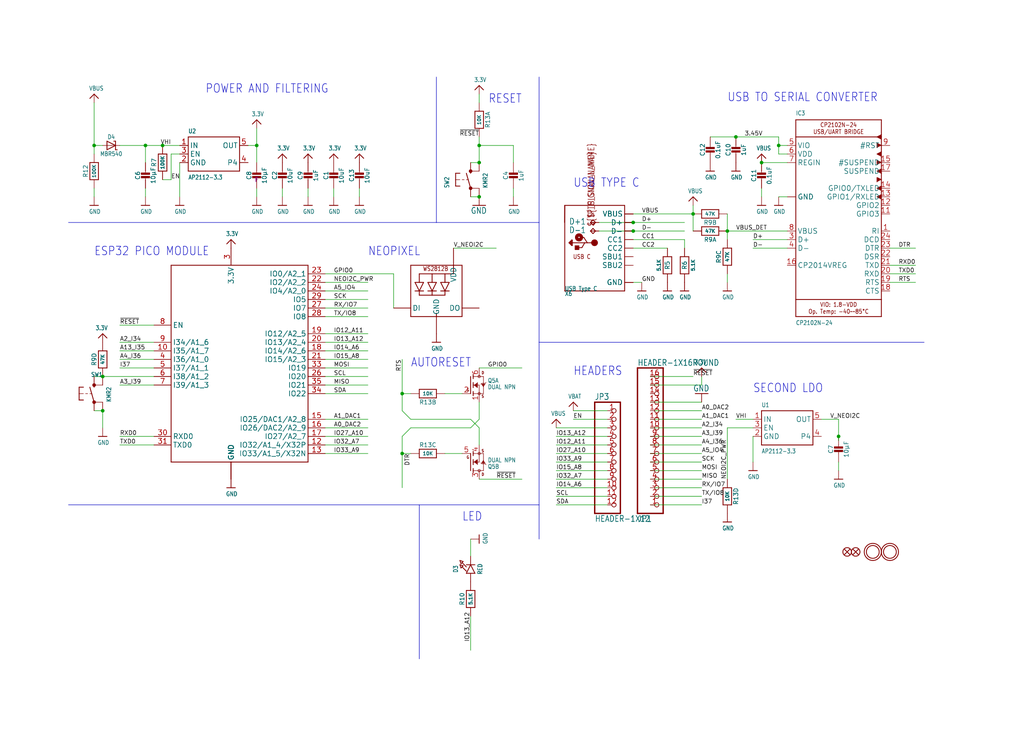
<source format=kicad_sch>
(kicad_sch (version 20250114) (generator "eeschema") (generator_version "9.0")
  (paper "User" 303.962 217.322)
  (text "HEADERS" (at 170.18 111.76 0) (effects (font (size 2.54 2.159)) (justify left bottom)))
  (text "USB TO SERIAL CONVERTER" (at 215.9 30.48 0) (effects (font (size 2.54 2.159)) (justify left bottom)))
  (text "RESET" (at 154.94 27.94 0) (effects (font (size 2.54 2.159)) (justify right top)))
  (text "AUTORESET" (at 121.92 109.22 0) (effects (font (size 2.54 2.159)) (justify left bottom)))
  (text "LED" (at 137.16 154.94 0) (effects (font (size 2.54 2.159)) (justify left bottom)))
  (text "USB TYPE C" (at 170.18 55.88 0) (effects (font (size 2.54 2.159)) (justify left bottom)))
  (text "NEOPIXEL" (at 109.22 76.2 0) (effects (font (size 2.54 2.159)) (justify left bottom)))
  (text "ESP32 PICO MODULE" (at 27.94 76.2 0) (effects (font (size 2.54 2.159)) (justify left bottom)))
  (text "POWER AND FILTERING" (at 60.96 27.94 0) (effects (font (size 2.54 2.159)) (justify left bottom)))
  (text "SECOND LDO" (at 223.52 116.84 0) (effects (font (size 2.54 2.159)) (justify left bottom)))
  (junction (at 30.48 121.92))
  (junction (at 142.24 48.26))
  (junction (at 30.48 111.76))
  (junction (at 27.94 43.18))
  (junction (at 142.24 58.42))
  (junction (at 119.38 116.84))
  (junction (at 226.06 48.26))
  (junction (at 248.92 129.54))
  (junction (at 48.26 43.18))
  (junction (at 215.9 68.58))
  (junction (at 218.44 40.64))
  (junction (at 119.38 134.62))
  (junction (at 142.24 43.18))
  (junction (at 187.96 68.58))
  (junction (at 205.74 63.5))
  (junction (at 231.14 43.18))
  (junction (at 187.96 66.04))
  (junction (at 76.2 43.18))
  (junction (at 43.18 43.18))
  (wire (pts (xy 180.34 127) (xy 165.1 127)) (stroke (width 0.1524)))
  (wire (pts (xy 96.52 99.06) (xy 109.22 99.06)) (stroke (width 0.1524)))
  (wire (pts (xy 190.5 83.82) (xy 187.96 83.82)) (stroke (width 0.1524)))
  (wire (pts (xy 109.22 93.98) (xy 96.52 93.98)) (stroke (width 0.1524)))
  (wire (pts (xy 208.28 114.3) (xy 193.04 114.3)) (stroke (width 0.1524)))
  (wire (pts (xy 96.52 114.3) (xy 109.22 114.3)) (stroke (width 0.1524)))
  (wire (pts (xy 91.44 58.42) (xy 91.44 55.88)) (stroke (width 0.1524)))
  (polyline (pts (xy 124.46 149.86) (xy 20.32 149.86)) (stroke (width 0.1524) (type solid)))
  (wire (pts (xy 208.28 111.76) (xy 208.28 114.3)) (stroke (width 0.1524)))
  (wire (pts (xy 96.52 127) (xy 109.22 127)) (stroke (width 0.1524)))
  (wire (pts (xy 223.52 127) (xy 215.9 127)) (stroke (width 0.1524)))
  (polyline (pts (xy 20.32 66.04) (xy 129.54 66.04)) (stroke (width 0.1524) (type solid)))
  (wire (pts (xy 119.38 129.54) (xy 119.38 134.62)) (stroke (width 0.1524)))
  (wire (pts (xy 193.04 127) (xy 208.28 127)) (stroke (width 0.1524)))
  (wire (pts (xy 96.52 134.62) (xy 109.22 134.62)) (stroke (width 0.1524)))
  (wire (pts (xy 233.68 68.58) (xy 215.9 68.58)) (stroke (width 0.1524)))
  (wire (pts (xy 76.2 55.88) (xy 76.2 58.42)) (stroke (width 0.1524)))
  (wire (pts (xy 142.24 124.46) (xy 139.7 127)) (stroke (width 0.1524)))
  (wire (pts (xy 35.56 114.3) (xy 45.72 114.3)) (stroke (width 0.1524)))
  (wire (pts (xy 76.2 43.18) (xy 76.2 38.1)) (stroke (width 0.1524)))
  (wire (pts (xy 165.1 137.16) (xy 180.34 137.16)) (stroke (width 0.1524)))
  (wire (pts (xy 193.04 124.46) (xy 208.28 124.46)) (stroke (width 0.1524)))
  (polyline (pts (xy 274.32 101.6) (xy 160.02 101.6)) (stroke (width 0.1524) (type solid)))
  (wire (pts (xy 218.44 40.64) (xy 231.14 40.64)) (stroke (width 0.1524)))
  (wire (pts (xy 142.24 127) (xy 139.7 124.46)) (stroke (width 0.1524)))
  (wire (pts (xy 96.52 106.68) (xy 109.22 106.68)) (stroke (width 0.1524)))
  (wire (pts (xy 137.16 134.62) (xy 132.08 134.62)) (stroke (width 0.1524)))
  (wire (pts (xy 187.96 68.58) (xy 177.8 68.58)) (stroke (width 0.1524)))
  (wire (pts (xy 233.68 58.42) (xy 231.14 58.42)) (stroke (width 0.1524)))
  (wire (pts (xy 223.52 129.54) (xy 223.52 137.16)) (stroke (width 0.1524)))
  (wire (pts (xy 180.34 144.78) (xy 165.1 144.78)) (stroke (width 0.1524)))
  (wire (pts (xy 142.24 40.64) (xy 142.24 43.18)) (stroke (width 0.1524)))
  (wire (pts (xy 193.04 132.08) (xy 208.28 132.08)) (stroke (width 0.1524)))
  (polyline (pts (xy 160.02 66.04) (xy 129.54 66.04)) (stroke (width 0.1524) (type solid)))
  (wire (pts (xy 43.18 43.18) (xy 43.18 48.26)) (stroke (width 0.1524)))
  (wire (pts (xy 53.34 48.26) (xy 53.34 58.42)) (stroke (width 0.1524)))
  (wire (pts (xy 119.38 134.62) (xy 119.38 144.78)) (stroke (width 0.1524)))
  (wire (pts (xy 248.92 129.54) (xy 248.92 130.81)) (stroke (width 0.1524)))
  (wire (pts (xy 96.52 83.82) (xy 109.22 83.82)) (stroke (width 0.1524)))
  (wire (pts (xy 121.92 124.46) (xy 119.38 121.92)) (stroke (width 0.1524)))
  (wire (pts (xy 139.7 165.1) (xy 139.7 160.02)) (stroke (width 0.1524)))
  (wire (pts (xy 96.52 104.14) (xy 109.22 104.14)) (stroke (width 0.1524)))
  (wire (pts (xy 45.72 111.76) (xy 30.48 111.76)) (stroke (width 0.1524)))
  (wire (pts (xy 134.62 73.66) (xy 147.32 73.66)) (stroke (width 0.1524)))
  (wire (pts (xy 142.24 43.18) (xy 142.24 48.26)) (stroke (width 0.1524)))
  (wire (pts (xy 165.1 132.08) (xy 180.34 132.08)) (stroke (width 0.1524)))
  (wire (pts (xy 248.92 124.46) (xy 248.92 129.54)) (stroke (width 0.1524)))
  (wire (pts (xy 215.9 63.5) (xy 215.9 68.58)) (stroke (width 0.1524)))
  (wire (pts (xy 53.34 43.18) (xy 48.26 43.18)) (stroke (width 0.1524)))
  (wire (pts (xy 152.4 48.26) (xy 152.4 43.18)) (stroke (width 0.1524)))
  (wire (pts (xy 139.7 124.46) (xy 121.92 124.46)) (stroke (width 0.1524)))
  (wire (pts (xy 165.1 139.7) (xy 180.34 139.7)) (stroke (width 0.1524)))
  (wire (pts (xy 96.52 81.28) (xy 116.84 81.28)) (stroke (width 0.1524)))
  (wire (pts (xy 132.08 116.84) (xy 137.16 116.84)) (stroke (width 0.1524)))
  (polyline (pts (xy 160.02 160.02) (xy 160.02 149.86)) (stroke (width 0.1524) (type solid)))
  (wire (pts (xy 248.92 137.16) (xy 248.92 139.7)) (stroke (width 0.1524)))
  (polyline (pts (xy 160.02 66.04) (xy 160.02 22.86)) (stroke (width 0.1524) (type solid)))
  (wire (pts (xy 119.38 121.92) (xy 119.38 116.84)) (stroke (width 0.1524)))
  (wire (pts (xy 45.72 109.22) (xy 35.56 109.22)) (stroke (width 0.1524)))
  (polyline (pts (xy 160.02 101.6) (xy 160.02 66.04)) (stroke (width 0.1524) (type solid)))
  (wire (pts (xy 193.04 137.16) (xy 208.28 137.16)) (stroke (width 0.1524)))
  (wire (pts (xy 35.56 43.18) (xy 43.18 43.18)) (stroke (width 0.1524)))
  (wire (pts (xy 203.2 71.12) (xy 203.2 73.66)) (stroke (width 0.1524)))
  (wire (pts (xy 233.68 48.26) (xy 226.06 48.26)) (stroke (width 0.1524)))
  (wire (pts (xy 35.56 104.14) (xy 45.72 104.14)) (stroke (width 0.1524)))
  (wire (pts (xy 142.24 109.22) (xy 154.94 109.22)) (stroke (width 0.1524)))
  (wire (pts (xy 180.34 134.62) (xy 165.1 134.62)) (stroke (width 0.1524)))
  (wire (pts (xy 106.68 58.42) (xy 106.68 55.88)) (stroke (width 0.1524)))
  (wire (pts (xy 96.52 101.6) (xy 109.22 101.6)) (stroke (width 0.1524)))
  (wire (pts (xy 193.04 111.76) (xy 205.74 111.76)) (stroke (width 0.1524)))
  (wire (pts (xy 139.7 58.42) (xy 142.24 58.42)) (stroke (width 0.1524)))
  (wire (pts (xy 170.18 124.46) (xy 180.34 124.46)) (stroke (width 0.1524)))
  (wire (pts (xy 83.82 55.88) (xy 83.82 58.42)) (stroke (width 0.1524)))
  (wire (pts (xy 180.34 129.54) (xy 165.1 129.54)) (stroke (width 0.1524)))
  (polyline (pts (xy 160.02 149.86) (xy 124.46 149.86)) (stroke (width 0.1524) (type solid)))
  (wire (pts (xy 139.7 127) (xy 121.92 127)) (stroke (width 0.1524)))
  (wire (pts (xy 50.8 45.72) (xy 53.34 45.72)) (stroke (width 0.1524)))
  (wire (pts (xy 96.52 86.36) (xy 109.22 86.36)) (stroke (width 0.1524)))
  (wire (pts (xy 165.1 149.86) (xy 180.34 149.86)) (stroke (width 0.1524)))
  (wire (pts (xy 205.74 63.5) (xy 205.74 60.96)) (stroke (width 0.1524)))
  (wire (pts (xy 142.24 132.08) (xy 142.24 127)) (stroke (width 0.1524)))
  (wire (pts (xy 99.06 58.42) (xy 99.06 55.88)) (stroke (width 0.1524)))
  (wire (pts (xy 109.22 109.22) (xy 96.52 109.22)) (stroke (width 0.1524)))
  (wire (pts (xy 27.94 30.48) (xy 27.94 43.18)) (stroke (width 0.1524)))
  (wire (pts (xy 233.68 43.18) (xy 231.14 43.18)) (stroke (width 0.1524)))
  (wire (pts (xy 165.1 142.24) (xy 180.34 142.24)) (stroke (width 0.1524)))
  (polyline (pts (xy 124.46 149.86) (xy 124.46 195.58)) (stroke (width 0.1524) (type solid)))
  (wire (pts (xy 203.2 68.58) (xy 187.96 68.58)) (stroke (width 0.1524)))
  (wire (pts (xy 27.94 58.42) (xy 27.94 55.88)) (stroke (width 0.1524)))
  (wire (pts (xy 193.04 134.62) (xy 208.28 134.62)) (stroke (width 0.1524)))
  (wire (pts (xy 116.84 91.44) (xy 116.84 81.28)) (stroke (width 0.1524)))
  (wire (pts (xy 223.52 124.46) (xy 218.44 124.46)) (stroke (width 0.1524)))
  (wire (pts (xy 193.04 119.38) (xy 208.28 119.38)) (stroke (width 0.1524)))
  (wire (pts (xy 45.72 106.68) (xy 35.56 106.68)) (stroke (width 0.1524)))
  (wire (pts (xy 205.74 63.5) (xy 187.96 63.5)) (stroke (width 0.1524)))
  (wire (pts (xy 271.78 83.82) (xy 264.16 83.82)) (stroke (width 0.1524)))
  (wire (pts (xy 187.96 73.66) (xy 198.12 73.66)) (stroke (width 0.1524)))
  (wire (pts (xy 142.24 48.26) (xy 139.7 48.26)) (stroke (width 0.1524)))
  (wire (pts (xy 48.26 43.18) (xy 43.18 43.18)) (stroke (width 0.1524)))
  (wire (pts (xy 180.34 147.32) (xy 165.1 147.32)) (stroke (width 0.1524)))
  (wire (pts (xy 96.52 116.84) (xy 109.22 116.84)) (stroke (width 0.1524)))
  (wire (pts (xy 96.52 111.76) (xy 109.22 111.76)) (stroke (width 0.1524)))
  (wire (pts (xy 96.52 132.08) (xy 109.22 132.08)) (stroke (width 0.1524)))
  (wire (pts (xy 30.48 111.76) (xy 27.94 111.76)) (stroke (width 0.1524)))
  (wire (pts (xy 96.52 88.9) (xy 109.22 88.9)) (stroke (width 0.1524)))
  (wire (pts (xy 170.18 121.92) (xy 180.34 121.92)) (stroke (width 0.1524)))
  (wire (pts (xy 45.72 96.52) (xy 35.56 96.52)) (stroke (width 0.1524)))
  (wire (pts (xy 215.9 68.58) (xy 215.9 71.12)) (stroke (width 0.1524)))
  (wire (pts (xy 226.06 55.88) (xy 226.06 58.42)) (stroke (width 0.1524)))
  (wire (pts (xy 139.7 182.88) (xy 139.7 193.04)) (stroke (width 0.1524)))
  (wire (pts (xy 205.74 63.5) (xy 205.74 68.58)) (stroke (width 0.1524)))
  (wire (pts (xy 231.14 40.64) (xy 231.14 43.18)) (stroke (width 0.1524)))
  (wire (pts (xy 208.28 147.32) (xy 193.04 147.32)) (stroke (width 0.1524)))
  (wire (pts (xy 231.14 43.18) (xy 231.14 45.72)) (stroke (width 0.1524)))
  (wire (pts (xy 264.16 78.74) (xy 271.78 78.74)) (stroke (width 0.1524)))
  (wire (pts (xy 35.56 101.6) (xy 45.72 101.6)) (stroke (width 0.1524)))
  (wire (pts (xy 233.68 45.72) (xy 231.14 45.72)) (stroke (width 0.1524)))
  (wire (pts (xy 208.28 129.54) (xy 193.04 129.54)) (stroke (width 0.1524)))
  (wire (pts (xy 193.04 121.92) (xy 208.28 121.92)) (stroke (width 0.1524)))
  (wire (pts (xy 193.04 139.7) (xy 208.28 139.7)) (stroke (width 0.1524)))
  (wire (pts (xy 187.96 71.12) (xy 203.2 71.12)) (stroke (width 0.1524)))
  (wire (pts (xy 223.52 73.66) (xy 233.68 73.66)) (stroke (width 0.1524)))
  (wire (pts (xy 218.44 40.64) (xy 210.82 40.64)) (stroke (width 0.1524)))
  (wire (pts (xy 96.52 124.46) (xy 109.22 124.46)) (stroke (width 0.1524)))
  (wire (pts (xy 142.24 43.18) (xy 152.4 43.18)) (stroke (width 0.1524)))
  (polyline (pts (xy 160.02 149.86) (xy 160.02 101.6)) (stroke (width 0.1524) (type solid)))
  (wire (pts (xy 76.2 48.26) (xy 76.2 43.18)) (stroke (width 0.1524)))
  (wire (pts (xy 152.4 58.42) (xy 152.4 55.88)) (stroke (width 0.1524)))
  (wire (pts (xy 142.24 119.38) (xy 142.24 124.46)) (stroke (width 0.1524)))
  (wire (pts (xy 35.56 132.08) (xy 45.72 132.08)) (stroke (width 0.1524)))
  (wire (pts (xy 96.52 129.54) (xy 109.22 129.54)) (stroke (width 0.1524)))
  (wire (pts (xy 121.92 127) (xy 119.38 129.54)) (stroke (width 0.1524)))
  (wire (pts (xy 271.78 81.28) (xy 264.16 81.28)) (stroke (width 0.1524)))
  (wire (pts (xy 193.04 149.86) (xy 208.28 149.86)) (stroke (width 0.1524)))
  (wire (pts (xy 223.52 71.12) (xy 233.68 71.12)) (stroke (width 0.1524)))
  (wire (pts (xy 264.16 73.66) (xy 271.78 73.66)) (stroke (width 0.1524)))
  (wire (pts (xy 193.04 144.78) (xy 208.28 144.78)) (stroke (width 0.1524)))
  (polyline (pts (xy 129.54 66.04) (xy 129.54 22.86)) (stroke (width 0.1524) (type solid)))
  (wire (pts (xy 208.28 142.24) (xy 193.04 142.24)) (stroke (width 0.1524)))
  (wire (pts (xy 119.38 134.62) (xy 121.92 134.62)) (stroke (width 0.1524)))
  (wire (pts (xy 215.9 127) (xy 215.9 142.24)) (stroke (width 0.1524)))
  (wire (pts (xy 142.24 27.94) (xy 142.24 30.48)) (stroke (width 0.1524)))
  (wire (pts (xy 119.38 116.84) (xy 121.92 116.84)) (stroke (width 0.1524)))
  (wire (pts (xy 43.18 55.88) (xy 43.18 58.42)) (stroke (width 0.1524)))
  (wire (pts (xy 73.66 43.18) (xy 76.2 43.18)) (stroke (width 0.1524)))
  (wire (pts (xy 187.96 66.04) (xy 177.8 66.04)) (stroke (width 0.1524)))
  (wire (pts (xy 30.48 121.92) (xy 30.48 127)) (stroke (width 0.1524)))
  (wire (pts (xy 203.2 66.04) (xy 187.96 66.04)) (stroke (width 0.1524)))
  (wire (pts (xy 96.52 91.44) (xy 109.22 91.44)) (stroke (width 0.1524)))
  (wire (pts (xy 215.9 83.82) (xy 215.9 81.28)) (stroke (width 0.1524)))
  (wire (pts (xy 154.94 142.24) (xy 142.24 142.24)) (stroke (width 0.1524)))
  (wire (pts (xy 50.8 53.34) (xy 50.8 45.72)) (stroke (width 0.1524)))
  (wire (pts (xy 243.84 124.46) (xy 248.92 124.46)) (stroke (width 0.1524)))
  (wire (pts (xy 45.72 129.54) (xy 35.56 129.54)) (stroke (width 0.1524)))
  (wire (pts (xy 48.26 53.34) (xy 50.8 53.34)) (stroke (width 0.1524)))
  (wire (pts (xy 30.48 43.18) (xy 27.94 43.18)) (stroke (width 0.1524)))
  (wire (pts (xy 119.38 106.68) (xy 119.38 116.84)) (stroke (width 0.1524)))
  (wire (pts (xy 27.94 121.92) (xy 30.48 121.92)) (stroke (width 0.1524)))
  (wire (pts (xy 27.94 45.72) (xy 27.94 43.18)) (stroke (width 0.1524)))
  (label "~{RESET}" (at 205.74 111.76 0) (effects (font (size 1.2446 1.2446))))
  (label "A4_I36" (at 35.56 106.68 0) (effects (font (size 1.2446 1.2446))))
  (label "RTS" (at 119.38 106.68 270) (effects (font (size 1.2446 1.2446))))
  (label "DTR" (at 121.92 134.62 270) (effects (font (size 1.2446 1.2446))))
  (label "A1_DAC1" (at 99.06 124.46 0) (effects (font (size 1.2446 1.2446))))
  (label "RXD0" (at 266.7 78.74 0) (effects (font (size 1.2446 1.2446))))
  (label "IO12_A11" (at 99.06 99.06 0) (effects (font (size 1.2446 1.2446))))
  (label "DTR" (at 266.7 73.66 0) (effects (font (size 1.2446 1.2446))))
  (label "EN" (at 50.8 53.34 0) (effects (font (size 1.2446 1.2446))))
  (label "MISO" (at 208.28 142.24 0) (effects (font (size 1.2446 1.2446))))
  (label "IO27_A10" (at 165.1 134.62 0) (effects (font (size 1.2446 1.2446))))
  (label "EN" (at 170.18 124.46 0) (effects (font (size 1.2446 1.2446))))
  (label "A13_I35" (at 35.56 104.14 0) (effects (font (size 1.2446 1.2446))))
  (label "A4_I36" (at 208.28 132.08 0) (effects (font (size 1.2446 1.2446))))
  (label "MOSI" (at 208.28 139.7 0) (effects (font (size 1.2446 1.2446))))
  (label "IO33_A9" (at 165.1 137.16 0) (effects (font (size 1.2446 1.2446))))
  (label "A5_IO4" (at 208.28 134.62 0) (effects (font (size 1.2446 1.2446))))
  (label "CC1" (at 190.5 71.12 0) (effects (font (size 1.2446 1.2446))))
  (label "CC2" (at 190.5 73.66 0) (effects (font (size 1.2446 1.2446))))
  (label "V_NEOI2C" (at 246.38 124.46 0) (effects (font (size 1.2446 1.2446))))
  (label "SCK" (at 99.06 88.9 0) (effects (font (size 1.2446 1.2446))))
  (label "GPIO0" (at 144.78 109.22 0) (effects (font (size 1.2446 1.2446))))
  (label "VHI" (at 218.44 124.46 0) (effects (font (size 1.2446 1.2446))))
  (label "NEOI2C_PWR" (at 215.9 142.24 90) (effects (font (size 1.2446 1.2446))))
  (label "IO12_A11" (at 165.1 132.08 0) (effects (font (size 1.2446 1.2446))))
  (label "NEOI2C_PWR" (at 99.06 83.82 0) (effects (font (size 1.2446 1.2446))))
  (label "RTS" (at 266.7 83.82 0) (effects (font (size 1.2446 1.2446))))
  (label "IO13_A12" (at 99.06 101.6 0) (effects (font (size 1.2446 1.2446))))
  (label "VBUS" (at 190.5 63.5 0) (effects (font (size 1.2446 1.2446))))
  (label "~{RESET}" (at 147.32 142.24 0) (effects (font (size 1.2446 1.2446))))
  (label "MISO" (at 99.06 114.3 0) (effects (font (size 1.2446 1.2446))))
  (label "A5_IO4" (at 99.06 86.36 0) (effects (font (size 1.2446 1.2446))))
  (label "MOSI" (at 99.06 109.22 0) (effects (font (size 1.2446 1.2446))))
  (label "SDA" (at 99.06 116.84 0) (effects (font (size 1.2446 1.2446))))
  (label "TXD0" (at 35.56 132.08 0) (effects (font (size 1.2446 1.2446))))
  (label "SDA" (at 165.1 149.86 0) (effects (font (size 1.2446 1.2446))))
  (label "SCL" (at 99.06 111.76 0) (effects (font (size 1.2446 1.2446))))
  (label "GPIO0" (at 99.06 81.28 0) (effects (font (size 1.2446 1.2446))))
  (label "D-" (at 223.52 73.66 0) (effects (font (size 1.2446 1.2446))))
  (label "IO14_A6" (at 99.06 104.14 0) (effects (font (size 1.2446 1.2446))))
  (label "VHI" (at 50.8 43.18 180) (effects (font (size 1.2446 1.2446))))
  (label "IO15_A8" (at 99.06 106.68 0) (effects (font (size 1.2446 1.2446))))
  (label "TX/IO8" (at 208.28 147.32 0) (effects (font (size 1.2446 1.2446))))
  (label "3.45V" (at 220.98 40.64 0) (effects (font (size 1.2446 1.2446))))
  (label "~{RESET}" (at 35.56 96.52 0) (effects (font (size 1.2446 1.2446))))
  (label "SCK" (at 208.28 137.16 0) (effects (font (size 1.2446 1.2446))))
  (label "RX/IO7" (at 99.06 91.44 0) (effects (font (size 1.2446 1.2446))))
  (label "I37" (at 208.28 149.86 0) (effects (font (size 1.2446 1.2446))))
  (label "VBUS_DET" (at 218.44 68.58 0) (effects (font (size 1.2446 1.2446))))
  (label "~{RESET}" (at 142.24 40.64 180) (effects (font (size 1.2446 1.2446))))
  (label "A1_DAC1" (at 208.28 124.46 0) (effects (font (size 1.2446 1.2446))))
  (label "IO15_A8" (at 165.1 139.7 0) (effects (font (size 1.2446 1.2446))))
  (label "A3_I39" (at 208.28 129.54 0) (effects (font (size 1.2446 1.2446))))
  (label "V_NEOI2C" (at 134.62 73.66 0) (effects (font (size 1.2446 1.2446))))
  (label "A3_I39" (at 35.56 114.3 0) (effects (font (size 1.2446 1.2446))))
  (label "IO13_A12" (at 165.1 129.54 0) (effects (font (size 1.2446 1.2446))))
  (label "D+" (at 190.5 66.04 0) (effects (font (size 1.2446 1.2446))))
  (label "IO32_A7" (at 165.1 142.24 0) (effects (font (size 1.2446 1.2446))))
  (label "SCL" (at 165.1 147.32 0) (effects (font (size 1.2446 1.2446))))
  (label "A2_I34" (at 208.28 127 0) (effects (font (size 1.2446 1.2446))))
  (label "A0_DAC2" (at 99.06 127 0) (effects (font (size 1.2446 1.2446))))
  (label "D+" (at 223.52 71.12 0) (effects (font (size 1.2446 1.2446))))
  (label "IO33_A9" (at 99.06 134.62 0) (effects (font (size 1.2446 1.2446))))
  (label "A2_I34" (at 35.56 101.6 0) (effects (font (size 1.2446 1.2446))))
  (label "TXD0" (at 266.7 81.28 0) (effects (font (size 1.2446 1.2446))))
  (label "A0_DAC2" (at 208.28 121.92 0) (effects (font (size 1.2446 1.2446))))
  (label "D-" (at 190.5 68.58 0) (effects (font (size 1.2446 1.2446))))
  (label "TX/IO8" (at 99.06 93.98 0) (effects (font (size 1.2446 1.2446))))
  (label "IO32_A7" (at 99.06 132.08 0) (effects (font (size 1.2446 1.2446))))
  (label "IO14_A6" (at 165.1 144.78 0) (effects (font (size 1.2446 1.2446))))
  (label "GND" (at 190.5 83.82 0) (effects (font (size 1.2446 1.2446))))
  (label "IO27_A10" (at 99.06 129.54 0) (effects (font (size 1.2446 1.2446))))
  (label "IO13_A12" (at 139.7 190.5 90) (effects (font (size 1.2446 1.2446))))
  (label "I37" (at 35.56 109.22 0) (effects (font (size 1.2446 1.2446))))
  (label "RX/IO7" (at 208.28 144.78 0) (effects (font (size 1.2446 1.2446))))
  (label "RXD0" (at 35.56 129.54 0) (effects (font (size 1.2446 1.2446))))
  (symbol (lib_id "Adafruit ESP32 Feather V2-eagle-import:VBAT") (at 170.18 119.38 0) (unit 1)
    (property "Reference" "#U$20" (effects (hide yes)))
    (property "Value" "VBAT" (at 168.656 118.364 0) (effects (font (size 1.27 1.0795)) (justify left bottom)))
  )
  (symbol (lib_id "Adafruit ESP32 Feather V2-eagle-import:MOUNTINGHOLE2.5") (at 259.08 163.83 0) (unit 1)
    (property "Reference" "U$31" (effects (hide yes)))
    (property "Value" "MOUNTINGHOLE2.5" (effects (hide yes)))
    (property "Footprint" "Adafruit ESP32 Feather V2:MOUNTINGHOLE_2.5_PLATED" (effects (hide yes)))
  )
  (symbol (lib_id "Adafruit ESP32 Feather V2-eagle-import:3.3V") (at 30.48 99.06 0) (mirror y) (unit 1)
    (property "Reference" "#U$51" (effects (hide yes)))
    (property "Value" "3.3V" (at 32.004 98.044 0) (effects (font (size 1.27 1.0795)) (justify left bottom)))
  )
  (symbol (lib_id "Adafruit ESP32 Feather V2-eagle-import:GND") (at 91.44 60.96 0) (unit 1)
    (property "Reference" "#U$47" (effects (hide yes)))
    (property "Value" "GND" (at 89.916 63.5 0) (effects (font (size 1.27 1.0795)) (justify left bottom)))
  )
  (symbol (lib_id "Adafruit ESP32 Feather V2-eagle-import:GND") (at 142.24 160.02 90) (unit 1)
    (property "Reference" "#U$8" (effects (hide yes)))
    (property "Value" "GND" (at 144.78 161.544 0) (effects (font (size 1.27 1.0795)) (justify left bottom)))
  )
  (symbol (lib_id "Adafruit ESP32 Feather V2-eagle-import:3.3V") (at 76.2 35.56 0) (unit 1)
    (property "Reference" "#U$10" (effects (hide yes)))
    (property "Value" "3.3V" (at 74.676 34.544 0) (effects (font (size 1.27 1.0795)) (justify left bottom)))
  )
  (symbol (lib_id "Adafruit ESP32 Feather V2-eagle-import:LED0603_NOOUTLINE") (at 139.7 167.64 90) (unit 1)
    (property "Reference" "D3" (at 135.255 168.91 0) (effects (font (size 1.27 1.0795))))
    (property "Value" "RED" (at 142.494 168.91 0) (effects (font (size 1.27 1.0795))))
    (property "Footprint" "Adafruit ESP32 Feather V2:CHIPLED_0603_NOOUTLINE" (effects (hide yes)))
  )
  (symbol (lib_id "Adafruit ESP32 Feather V2-eagle-import:FIDUCIAL_1MM") (at 254 163.83 0) (unit 1)
    (property "Reference" "U$34" (effects (hide yes)))
    (property "Value" "FIDUCIAL_1MM" (effects (hide yes)))
    (property "Footprint" "Adafruit ESP32 Feather V2:FIDUCIAL_1MM" (effects (hide yes)))
  )
  (symbol (lib_id "Adafruit ESP32 Feather V2-eagle-import:CAP_CERAMIC0805-NOOUTLINE") (at 76.2 53.34 0) (unit 1)
    (property "Reference" "C8" (at 73.91 52.09 90))
    (property "Value" "10µF" (at 78.5 52.09 90))
    (property "Footprint" "Adafruit ESP32 Feather V2:0805-NO" (effects (hide yes)))
    (property "REV" "F" (at 76.2 53.34 0))
  )
  (symbol (lib_id "Adafruit ESP32 Feather V2-eagle-import:GND") (at 226.06 60.96 0) (unit 1)
    (property "Reference" "#U$58" (effects (hide yes)))
    (property "Value" "GND" (at 224.536 63.5 0) (effects (font (size 1.27 1.0795)) (justify left bottom)))
  )
  (symbol (lib_id "Adafruit ESP32 Feather V2-eagle-import:CAP_CERAMIC0603_NO") (at 91.44 53.34 0) (unit 1)
    (property "Reference" "C9" (at 89.15 52.09 90))
    (property "Value" "1uF" (at 93.74 52.09 90))
    (property "Footprint" "Adafruit ESP32 Feather V2:0603-NO" (effects (hide yes)))
  )
  (symbol (lib_id "Adafruit ESP32 Feather V2-eagle-import:CAP_CERAMIC0603_NO") (at 210.82 45.72 0) (unit 1)
    (property "Reference" "C12" (at 208.53 44.47 90))
    (property "Value" "0.1uF" (at 213.12 44.47 90))
    (property "Footprint" "Adafruit ESP32 Feather V2:0603-NO" (effects (hide yes)))
  )
  (symbol (lib_id "Adafruit ESP32 Feather V2-eagle-import:GND") (at 30.48 129.54 0) (unit 1)
    (property "Reference" "#U$23" (effects (hide yes)))
    (property "Value" "GND" (at 28.956 132.08 0) (effects (font (size 1.27 1.0795)) (justify left bottom)))
  )
  (symbol (lib_id "Adafruit ESP32 Feather V2-eagle-import:GND") (at 190.5 86.36 0) (unit 1)
    (property "Reference" "#U$50" (effects (hide yes)))
    (property "Value" "GND" (at 188.976 88.9 0) (effects (font (size 1.27 1.0795)) (justify left bottom)))
  )
  (symbol (lib_id "Adafruit ESP32 Feather V2-eagle-import:VREG_SOT23-5") (at 233.68 127 0) (unit 1)
    (property "Reference" "U1" (at 226.06 120.904 0) (effects (font (size 1.27 1.0795)) (justify left bottom)))
    (property "Value" "AP2112-3.3" (at 226.06 134.62 0) (effects (font (size 1.27 1.0795)) (justify left bottom)))
    (property "Footprint" "Adafruit ESP32 Feather V2:SOT23-5" (effects (hide yes)))
  )
  (symbol (lib_id "Adafruit ESP32 Feather V2-eagle-import:RESISTOR_4PACK") (at 127 134.62 0) (unit 3)
    (property "Reference" "R13" (at 127 132.08 0))
    (property "Value" "10K" (at 127 134.62 0) (effects (font (size 1.016 1.016) (thickness 0.2032) (bold yes))))
    (property "Footprint" "Adafruit ESP32 Feather V2:RESPACK_4X0603" (effects (hide yes)))
  )
  (symbol (lib_id "Adafruit ESP32 Feather V2-eagle-import:RESISTOR_4PACK") (at 215.9 147.32 270) (unit 4)
    (property "Reference" "R13" (at 218.44 147.32 0))
    (property "Value" "10K" (at 215.9 147.32 0) (effects (font (size 1.016 1.016) (thickness 0.2032) (bold yes))))
    (property "Footprint" "Adafruit ESP32 Feather V2:RESPACK_4X0603" (effects (hide yes)))
  )
  (symbol (lib_id "Adafruit ESP32 Feather V2-eagle-import:3.3V") (at 106.68 45.72 0) (unit 1)
    (property "Reference" "#U$52" (effects (hide yes)))
    (property "Value" "3.3V" (at 105.156 44.704 0) (effects (font (size 1.27 1.0795)) (justify left bottom)))
  )
  (symbol (lib_id "Adafruit ESP32 Feather V2-eagle-import:RESISTOR_0603_NOOUT") (at 139.7 177.8 90) (unit 1)
    (property "Reference" "R10" (at 137.16 177.8 0))
    (property "Value" "5.1K" (at 139.7 177.8 0) (effects (font (size 1.016 1.016) (thickness 0.2032) (bold yes))))
    (property "Footprint" "Adafruit ESP32 Feather V2:0603-NO" (effects (hide yes)))
  )
  (symbol (lib_id "Adafruit ESP32 Feather V2-eagle-import:CAP_CERAMIC0805-NOOUTLINE") (at 248.92 134.62 0) (unit 1)
    (property "Reference" "C7" (at 246.63 133.37 90))
    (property "Value" "10µF" (at 251.22 133.37 90))
    (property "Footprint" "Adafruit ESP32 Feather V2:0805-NO" (effects (hide yes)))
  )
  (symbol (lib_id "Adafruit ESP32 Feather V2-eagle-import:VBUS") (at 27.94 27.94 0) (unit 1)
    (property "Reference" "#U$3" (effects (hide yes)))
    (property "Value" "VBUS" (at 26.416 26.924 0) (effects (font (size 1.27 1.0795)) (justify left bottom)))
  )
  (symbol (lib_id "Adafruit ESP32 Feather V2-eagle-import:GND") (at 248.92 142.24 0) (unit 1)
    (property "Reference" "#U$1" (effects (hide yes)))
    (property "Value" "GND" (at 247.396 144.78 0) (effects (font (size 1.27 1.0795)) (justify left bottom)))
  )
  (symbol (lib_id "Adafruit ESP32 Feather V2-eagle-import:supply1_371_GND") (at 142.24 60.96 0) (unit 1)
    (property "Reference" "#GND6" (effects (hide yes)))
    (property "Value" "GND" (at 139.7 63.5 0) (effects (font (size 1.778 1.5113)) (justify left bottom)))
  )
  (symbol (lib_id "Adafruit ESP32 Feather V2-eagle-import:RESISTOR_4PACK") (at 30.48 106.68 90) (unit 4)
    (property "Reference" "R9" (at 27.94 106.68 0))
    (property "Value" "47K" (at 30.48 106.68 0) (effects (font (size 1.016 1.016) (thickness 0.2032) (bold yes))))
    (property "Footprint" "Adafruit ESP32 Feather V2:RESPACK_4X0603" (effects (hide yes)))
  )
  (symbol (lib_id "Adafruit ESP32 Feather V2-eagle-import:GND") (at 76.2 60.96 0) (unit 1)
    (property "Reference" "#U$29" (effects (hide yes)))
    (property "Value" "GND" (at 74.676 63.5 0) (effects (font (size 1.27 1.0795)) (justify left bottom)))
  )
  (symbol (lib_id "Adafruit ESP32 Feather V2-eagle-import:USB_C") (at 177.8 73.66 0) (unit 1)
    (property "Reference" "X6" (at 167.64 87.884 0) (effects (font (size 1.27 1.0795)) (justify left bottom)))
    (property "Value" "USB Type C" (at 167.64 86.36 0) (effects (font (size 1.27 1.0795)) (justify left bottom)))
    (property "Footprint" "Adafruit ESP32 Feather V2:USB_C_CUSB31-CFM2AX-01-X" (effects (hide yes)))
  )
  (symbol (lib_id "Adafruit ESP32 Feather V2-eagle-import:GND") (at 83.82 60.96 0) (unit 1)
    (property "Reference" "#U$17" (effects (hide yes)))
    (property "Value" "GND" (at 82.296 63.5 0) (effects (font (size 1.27 1.0795)) (justify left bottom)))
  )
  (symbol (lib_id "Adafruit ESP32 Feather V2-eagle-import:RESISTOR_4PACK") (at 142.24 35.56 270) (unit 1)
    (property "Reference" "R13" (at 144.78 35.56 0))
    (property "Value" "10K" (at 142.24 35.56 0) (effects (font (size 1.016 1.016) (thickness 0.2032) (bold yes))))
    (property "Footprint" "Adafruit ESP32 Feather V2:RESPACK_4X0603" (effects (hide yes)))
  )
  (symbol (lib_id "Adafruit ESP32 Feather V2-eagle-import:DIODE-SCHOTTKYSOD-123") (at 33.02 43.18 0) (unit 1)
    (property "Reference" "D4" (at 33.02 40.64 0) (effects (font (size 1.27 1.0795))))
    (property "Value" "MBR540" (at 33.02 45.68 0) (effects (font (size 1.27 1.0795))))
    (property "Footprint" "Adafruit ESP32 Feather V2:SOD-123" (effects (hide yes)))
  )
  (symbol (lib_id "Adafruit ESP32 Feather V2-eagle-import:3.3V") (at 99.06 45.72 0) (unit 1)
    (property "Reference" "#U$2" (effects (hide yes)))
    (property "Value" "3.3V" (at 97.536 44.704 0) (effects (font (size 1.27 1.0795)) (justify left bottom)))
  )
  (symbol (lib_id "Adafruit ESP32 Feather V2-eagle-import:TPB1,27") (at 175.26 68.58 90) (unit 1)
    (property "Reference" "D-1" (at 173.99 67.31 90) (effects (font (size 1.778 1.5113)) (justify left bottom)))
    (property "Value" "TPB1,27" (effects (hide yes)))
    (property "Footprint" "Adafruit ESP32 Feather V2:B1,27" (effects (hide yes)))
  )
  (symbol (lib_id "Adafruit ESP32 Feather V2-eagle-import:GND") (at 68.58 144.78 0) (unit 1)
    (property "Reference" "#U$45" (effects (hide yes)))
    (property "Value" "GND" (at 67.056 147.32 0) (effects (font (size 1.27 1.0795)) (justify left bottom)))
  )
  (symbol (lib_id "Adafruit ESP32 Feather V2-eagle-import:GND") (at 27.94 60.96 0) (unit 1)
    (property "Reference" "#U$25" (effects (hide yes)))
    (property "Value" "GND" (at 26.416 63.5 0) (effects (font (size 1.27 1.0795)) (justify left bottom)))
  )
  (symbol (lib_id "Adafruit ESP32 Feather V2-eagle-import:SWITCH_TACT_SMT4.6X2.8") (at 27.94 116.84 90) (unit 1)
    (property "Reference" "SW1" (at 30.48 110.49 90) (effects (font (size 1.27 1.0795)) (justify left bottom)))
    (property "Value" "KMR2" (at 33.02 119.38 0) (effects (font (size 1.27 1.0795)) (justify left bottom)))
    (property "Footprint" "Adafruit ESP32 Feather V2:BTN_KMR2_4.6X2.8" (effects (hide yes)))
  )
  (symbol (lib_id "Adafruit ESP32 Feather V2-eagle-import:RESISTOR_4PACK") (at 210.82 68.58 180) (unit 1)
    (property "Reference" "R9" (at 210.82 71.12 0))
    (property "Value" "47K" (at 210.82 68.58 0) (effects (font (size 1.016 1.016) (thickness 0.2032) (bold yes))))
    (property "Footprint" "Adafruit ESP32 Feather V2:RESPACK_4X0603" (effects (hide yes)))
  )
  (symbol (lib_id "Adafruit ESP32 Feather V2-eagle-import:MOUNTINGHOLE2.5") (at 264.16 163.83 0) (unit 1)
    (property "Reference" "U$32" (effects (hide yes)))
    (property "Value" "MOUNTINGHOLE2.5" (effects (hide yes)))
    (property "Footprint" "Adafruit ESP32 Feather V2:MOUNTINGHOLE_2.5_PLATED" (effects (hide yes)))
  )
  (symbol (lib_id "Adafruit ESP32 Feather V2-eagle-import:GND") (at 198.12 86.36 0) (unit 1)
    (property "Reference" "#U$48" (effects (hide yes)))
    (property "Value" "GND" (at 196.596 88.9 0) (effects (font (size 1.27 1.0795)) (justify left bottom)))
  )
  (symbol (lib_id "Adafruit ESP32 Feather V2-eagle-import:3.3V") (at 68.58 71.12 0) (unit 1)
    (property "Reference" "#U$44" (effects (hide yes)))
    (property "Value" "3.3V" (at 67.056 70.104 0) (effects (font (size 1.27 1.0795)) (justify left bottom)))
  )
  (symbol (lib_id "Adafruit ESP32 Feather V2-eagle-import:RESISTOR_0603_NOOUT") (at 48.26 48.26 90) (unit 1)
    (property "Reference" "R7" (at 45.72 48.26 0))
    (property "Value" "100K" (at 48.26 48.26 0) (effects (font (size 1.016 1.016) (thickness 0.2032) (bold yes))))
    (property "Footprint" "Adafruit ESP32 Feather V2:0603-NO" (effects (hide yes)))
  )
  (symbol (lib_id "Adafruit ESP32 Feather V2-eagle-import:CP2102N-24") (at 248.92 63.5 0) (unit 1)
    (property "Reference" "IC3" (at 236.22 34.29 0) (effects (font (size 1.27 1.0795)) (justify left bottom)))
    (property "Value" "CP2102N-24" (at 236.22 96.52 0) (effects (font (size 1.27 1.0795)) (justify left bottom)))
    (property "Footprint" "Adafruit ESP32 Feather V2:QFN24_4MM_SMSC" (effects (hide yes)))
  )
  (symbol (lib_id "Adafruit ESP32 Feather V2-eagle-import:FIDUCIAL_1MM") (at 251.46 163.83 0) (unit 1)
    (property "Reference" "U$35" (effects (hide yes)))
    (property "Value" "FIDUCIAL_1MM" (effects (hide yes)))
    (property "Footprint" "Adafruit ESP32 Feather V2:FIDUCIAL_1MM" (effects (hide yes)))
  )
  (symbol (lib_id "Adafruit ESP32 Feather V2-eagle-import:3.3V") (at 83.82 45.72 0) (unit 1)
    (property "Reference" "#U$24" (effects (hide yes)))
    (property "Value" "3.3V" (at 82.296 44.704 0) (effects (font (size 1.27 1.0795)) (justify left bottom)))
  )
  (symbol (lib_id "Adafruit ESP32 Feather V2-eagle-import:GND") (at 210.82 50.8 0) (unit 1)
    (property "Reference" "#U$59" (effects (hide yes)))
    (property "Value" "GND" (at 209.296 53.34 0) (effects (font (size 1.27 1.0795)) (justify left bottom)))
  )
  (symbol (lib_id "Adafruit ESP32 Feather V2-eagle-import:MOSFET-N_DUAL") (at 139.7 137.16 0) (mirror x) (unit 2)
    (property "Reference" "Q5" (at 144.78 137.795 0) (effects (font (size 1.27 1.0795)) (justify left bottom)))
    (property "Value" "DUAL NPN" (at 144.78 135.89 0) (effects (font (size 1.27 1.0795)) (justify left bottom)))
    (property "Footprint" "Adafruit ESP32 Feather V2:SOT363" (effects (hide yes)))
  )
  (symbol (lib_id "Adafruit ESP32 Feather V2-eagle-import:WS2812B3535") (at 129.54 88.9 0) (unit 1)
    (property "Reference" "LED1" (effects (hide yes)))
    (property "Value" "WS2812B3535" (effects (hide yes)))
    (property "Footprint" "Adafruit ESP32 Feather V2:LED3535" (effects (hide yes)))
  )
  (symbol (lib_id "Adafruit ESP32 Feather V2-eagle-import:GND") (at 218.44 50.8 0) (unit 1)
    (property "Reference" "#U$54" (effects (hide yes)))
    (property "Value" "GND" (at 216.916 53.34 0) (effects (font (size 1.27 1.0795)) (justify left bottom)))
  )
  (symbol (lib_id "Adafruit ESP32 Feather V2-eagle-import:3.3V") (at 208.28 109.22 0) (mirror y) (unit 1)
    (property "Reference" "#U$6" (effects (hide yes)))
    (property "Value" "3.3V" (at 209.804 108.204 0) (effects (font (size 1.27 1.0795)) (justify left bottom)))
  )
  (symbol (lib_id "Adafruit ESP32 Feather V2-eagle-import:supply1_371_GND") (at 208.28 116.84 0) (mirror x) (unit 1)
    (property "Reference" "#GND4" (effects (hide yes)))
    (property "Value" "GND" (at 205.74 114.3 0) (effects (font (size 1.778 1.5113)) (justify left bottom)))
  )
  (symbol (lib_id "Adafruit ESP32 Feather V2-eagle-import:VBUS") (at 165.1 124.46 0) (unit 1)
    (property "Reference" "#U$19" (effects (hide yes)))
    (property "Value" "VBUS" (at 163.576 123.444 0) (effects (font (size 1.27 1.0795)) (justify left bottom)))
  )
  (symbol (lib_id "Adafruit ESP32 Feather V2-eagle-import:RESISTOR_4PACK") (at 127 116.84 180) (unit 2)
    (property "Reference" "R13" (at 127 119.38 0))
    (property "Value" "10K" (at 127 116.84 0) (effects (font (size 1.016 1.016) (thickness 0.2032) (bold yes))))
    (property "Footprint" "Adafruit ESP32 Feather V2:RESPACK_4X0603" (effects (hide yes)))
  )
  (symbol (lib_id "Adafruit ESP32 Feather V2-eagle-import:ESP32-PICO-MINI-02MINI") (at 68.58 114.3 0) (unit 1)
    (property "Reference" "X3" (effects (hide yes)))
    (property "Value" "ESP32-PICO-MINI-02MINI" (effects (hide yes)))
    (property "Footprint" "Adafruit ESP32 Feather V2:ESP32-PICO-MINI" (effects (hide yes)))
  )
  (symbol (lib_id "Adafruit ESP32 Feather V2-eagle-import:VBUS") (at 226.06 45.72 0) (unit 1)
    (property "Reference" "#U$53" (effects (hide yes)))
    (property "Value" "VBUS" (at 224.536 44.704 0) (effects (font (size 1.27 1.0795)) (justify left bottom)))
  )
  (symbol (lib_id "Adafruit ESP32 Feather V2-eagle-import:GND") (at 43.18 60.96 0) (unit 1)
    (property "Reference" "#U$27" (effects (hide yes)))
    (property "Value" "GND" (at 41.656 63.5 0) (effects (font (size 1.27 1.0795)) (justify left bottom)))
  )
  (symbol (lib_id "Adafruit ESP32 Feather V2-eagle-import:GND") (at 203.2 86.36 0) (unit 1)
    (property "Reference" "#U$49" (effects (hide yes)))
    (property "Value" "GND" (at 201.676 88.9 0) (effects (font (size 1.27 1.0795)) (justify left bottom)))
  )
  (symbol (lib_id "Adafruit ESP32 Feather V2-eagle-import:GND") (at 215.9 154.94 0) (unit 1)
    (property "Reference" "#U$18" (effects (hide yes)))
    (property "Value" "GND" (at 214.376 157.48 0) (effects (font (size 1.27 1.0795)) (justify left bottom)))
  )
  (symbol (lib_id "Adafruit ESP32 Feather V2-eagle-import:RESISTOR_0603_NOOUT") (at 203.2 78.74 90) (unit 1)
    (property "Reference" "R6" (at 203.2 78.74 0))
    (property "Value" "5.1K" (at 205.74 78.74 0) (effects (font (size 1.016 1.016) (thickness 0.2032) (bold yes))))
    (property "Footprint" "Adafruit ESP32 Feather V2:0603-NO" (effects (hide yes)))
  )
  (symbol (lib_id "Adafruit ESP32 Feather V2-eagle-import:GND") (at 223.52 139.7 0) (unit 1)
    (property "Reference" "#U$12" (effects (hide yes)))
    (property "Value" "GND" (at 221.996 142.24 0) (effects (font (size 1.27 1.0795)) (justify left bottom)))
  )
  (symbol (lib_id "Adafruit ESP32 Feather V2-eagle-import:VBUS") (at 205.74 58.42 0) (unit 1)
    (property "Reference" "#U$61" (effects (hide yes)))
    (property "Value" "VBUS" (at 204.216 57.404 0) (effects (font (size 1.27 1.0795)) (justify left bottom)))
  )
  (symbol (lib_id "Adafruit ESP32 Feather V2-eagle-import:GND") (at 106.68 60.96 0) (unit 1)
    (property "Reference" "#U$56" (effects (hide yes)))
    (property "Value" "GND" (at 105.156 63.5 0) (effects (font (size 1.27 1.0795)) (justify left bottom)))
  )
  (symbol (lib_id "Adafruit ESP32 Feather V2-eagle-import:3.3V") (at 91.44 45.72 0) (unit 1)
    (property "Reference" "#U$28" (effects (hide yes)))
    (property "Value" "3.3V" (at 89.916 44.704 0) (effects (font (size 1.27 1.0795)) (justify left bottom)))
  )
  (symbol (lib_id "Adafruit ESP32 Feather V2-eagle-import:RESISTOR_0603_NOOUT") (at 198.12 78.74 90) (unit 1)
    (property "Reference" "R5" (at 198.12 78.74 0))
    (property "Value" "5.1K" (at 195.58 78.74 0) (effects (font (size 1.016 1.016) (thickness 0.2032) (bold yes))))
    (property "Footprint" "Adafruit ESP32 Feather V2:0603-NO" (effects (hide yes)))
  )
  (symbol (lib_id "Adafruit ESP32 Feather V2-eagle-import:HEADER-1X16ROUND") (at 195.58 132.08 0) (mirror x) (unit 1)
    (property "Reference" "JP1" (at 189.23 153.035 0) (effects (font (size 1.778 1.5113)) (justify left bottom)))
    (property "Value" "HEADER-1X16ROUND" (at 189.23 106.68 0) (effects (font (size 1.778 1.5113)) (justify left bottom)))
    (property "Footprint" "Adafruit ESP32 Feather V2:1X16_ROUND" (effects (hide yes)))
  )
  (symbol (lib_id "Adafruit ESP32 Feather V2-eagle-import:RESISTOR_4PACK") (at 215.9 76.2 90) (unit 3)
    (property "Reference" "R9" (at 213.36 76.2 0))
    (property "Value" "47K" (at 215.9 76.2 0) (effects (font (size 1.016 1.016) (thickness 0.2032) (bold yes))))
    (property "Footprint" "Adafruit ESP32 Feather V2:RESPACK_4X0603" (effects (hide yes)))
  )
  (symbol (lib_id "Adafruit ESP32 Feather V2-eagle-import:GND") (at 53.34 60.96 0) (unit 1)
    (property "Reference" "#U$30" (effects (hide yes)))
    (property "Value" "GND" (at 51.816 63.5 0) (effects (font (size 1.27 1.0795)) (justify left bottom)))
  )
  (symbol (lib_id "Adafruit ESP32 Feather V2-eagle-import:GND") (at 215.9 86.36 0) (unit 1)
    (property "Reference" "#U$60" (effects (hide yes)))
    (property "Value" "GND" (at 214.376 88.9 0) (effects (font (size 1.27 1.0795)) (justify left bottom)))
  )
  (symbol (lib_id "Adafruit ESP32 Feather V2-eagle-import:CAP_CERAMIC0805-NOOUTLINE") (at 43.18 53.34 0) (unit 1)
    (property "Reference" "C6" (at 40.89 52.09 90))
    (property "Value" "10µF" (at 45.48 52.09 90))
    (property "Footprint" "Adafruit ESP32 Feather V2:0805-NO" (effects (hide yes)))
  )
  (symbol (lib_id "Adafruit ESP32 Feather V2-eagle-import:CAP_CERAMIC0603_NO") (at 218.44 45.72 0) (unit 1)
    (property "Reference" "C10" (at 216.15 44.47 90))
    (property "Value" "1uF" (at 220.74 44.47 90))
    (property "Footprint" "Adafruit ESP32 Feather V2:0603-NO" (effects (hide yes)))
  )
  (symbol (lib_id "Adafruit ESP32 Feather V2-eagle-import:TPB1,27") (at 175.26 66.04 90) (unit 1)
    (property "Reference" "D+1" (at 173.99 64.77 90) (effects (font (size 1.778 1.5113)) (justify left bottom)))
    (property "Value" "TPB1,27" (effects (hide yes)))
    (property "Footprint" "Adafruit ESP32 Feather V2:B1,27" (effects (hide yes)))
  )
  (symbol (lib_id "Adafruit ESP32 Feather V2-eagle-import:RESISTOR_4PACK") (at 210.82 63.5 180) (unit 2)
    (property "Reference" "R9" (at 210.82 66.04 0))
    (property "Value" "47K" (at 210.82 63.5 0) (effects (font (size 1.016 1.016) (thickness 0.2032) (bold yes))))
    (property "Footprint" "Adafruit ESP32 Feather V2:RESPACK_4X0603" (effects (hide yes)))
  )
  (symbol (lib_id "Adafruit ESP32 Feather V2-eagle-import:GND") (at 231.14 60.96 0) (unit 1)
    (property "Reference" "#U$11" (effects (hide yes)))
    (property "Value" "GND" (at 229.616 63.5 0) (effects (font (size 1.27 1.0795)) (justify left bottom)))
  )
  (symbol (lib_id "Adafruit ESP32 Feather V2-eagle-import:GND") (at 99.06 60.96 0) (unit 1)
    (property "Reference" "#U$4" (effects (hide yes)))
    (property "Value" "GND" (at 97.536 63.5 0) (effects (font (size 1.27 1.0795)) (justify left bottom)))
  )
  (symbol (lib_id "Adafruit ESP32 Feather V2-eagle-import:CAP_CERAMIC0805-NOOUTLINE") (at 99.06 53.34 0) (unit 1)
    (property "Reference" "C1" (at 96.77 52.09 90))
    (property "Value" "10uF" (at 101.36 52.09 90))
    (property "Footprint" "Adafruit ESP32 Feather V2:0805-NO" (effects (hide yes)))
  )
  (symbol (lib_id "Adafruit ESP32 Feather V2-eagle-import:GND") (at 129.54 101.6 0) (unit 1)
    (property "Reference" "#U$37" (effects (hide yes)))
    (property "Value" "GND" (at 128.016 104.14 0) (effects (font (size 1.27 1.0795)) (justify left bottom)))
  )
  (symbol (lib_id "Adafruit ESP32 Feather V2-eagle-import:CAP_CERAMIC0805-NOOUTLINE") (at 106.68 53.34 0) (unit 1)
    (property "Reference" "C13" (at 104.39 52.09 90))
    (property "Value" "10uF" (at 108.98 52.09 90))
    (property "Footprint" "Adafruit ESP32 Feather V2:0805-NO" (effects (hide yes)))
  )
  (symbol (lib_id "Adafruit ESP32 Feather V2-eagle-import:GND") (at 152.4 60.96 0) (unit 1)
    (property "Reference" "#U$42" (effects (hide yes)))
    (property "Value" "GND" (at 150.876 63.5 0) (effects (font (size 1.27 1.0795)) (justify left bottom)))
  )
  (symbol (lib_id "Adafruit ESP32 Feather V2-eagle-import:3.3V") (at 142.24 25.4 0) (unit 1)
    (property "Reference" "#U$5" (effects (hide yes)))
    (property "Value" "3.3V" (at 140.716 24.384 0) (effects (font (size 1.27 1.0795)) (justify left bottom)))
  )
  (symbol (lib_id "Adafruit ESP32 Feather V2-eagle-import:SWITCH_TACT_SMT4.6X2.8") (at 139.7 53.34 90) (unit 1)
    (property "Reference" "SW2" (at 133.35 55.88 0) (effects (font (size 1.27 1.0795)) (justify left bottom)))
    (property "Value" "KMR2" (at 144.78 55.88 0) (effects (font (size 1.27 1.0795)) (justify left bottom)))
    (property "Footprint" "Adafruit ESP32 Feather V2:BTN_KMR2_4.6X2.8" (effects (hide yes)))
  )
  (symbol (lib_id "Adafruit ESP32 Feather V2-eagle-import:CAP_CERAMIC0603_NO") (at 152.4 53.34 0) (unit 1)
    (property "Reference" "C4" (at 150.11 52.09 90))
    (property "Value" "1uF" (at 154.7 52.09 90))
    (property "Footprint" "Adafruit ESP32 Feather V2:0603-NO" (effects (hide yes)))
  )
  (symbol (lib_id "Adafruit ESP32 Feather V2-eagle-import:CAP_CERAMIC0805-NOOUTLINE") (at 83.82 53.34 0) (unit 1)
    (property "Reference" "C2" (at 81.53 52.09 90))
    (property "Value" "10uF" (at 86.12 52.09 90))
    (property "Footprint" "Adafruit ESP32 Feather V2:0805-NO" (effects (hide yes)))
  )
  (symbol (lib_id "Adafruit ESP32 Feather V2-eagle-import:RESISTOR_0603_NOOUT") (at 27.94 50.8 90) (unit 1)
    (property "Reference" "R12" (at 25.4 50.8 0))
    (property "Value" "100K" (at 27.94 50.8 0) (effects (font (size 1.016 1.016) (thickness 0.2032) (bold yes))))
    (property "Footprint" "Adafruit ESP32 Feather V2:0603-NO" (effects (hide yes)))
  )
  (symbol (lib_id "Adafruit ESP32 Feather V2-eagle-import:HEADER-1X12") (at 182.88 137.16 0) (unit 1)
    (property "Reference" "JP3" (at 176.53 118.745 0) (effects (font (size 1.778 1.5113)) (justify left bottom)))
    (property "Value" "HEADER-1X12" (at 176.53 154.94 0) (effects (font (size 1.778 1.5113)) (justify left bottom)))
    (property "Footprint" "Adafruit ESP32 Feather V2:1X12_ROUND" (effects (hide yes)))
  )
  (symbol (lib_id "Adafruit ESP32 Feather V2-eagle-import:MOSFET-N_DUAL") (at 139.7 114.3 0) (unit 1)
    (property "Reference" "Q5" (at 144.78 113.665 0) (effects (font (size 1.27 1.0795)) (justify left bottom)))
    (property "Value" "DUAL NPN" (at 144.78 115.57 0) (effects (font (size 1.27 1.0795)) (justify left bottom)))
    (property "Footprint" "Adafruit ESP32 Feather V2:SOT363" (effects (hide yes)))
  )
  (symbol (lib_id "Adafruit ESP32 Feather V2-eagle-import:VREG_SOT23-5") (at 63.5 45.72 0) (unit 1)
    (property "Reference" "U2" (at 55.88 39.624 0) (effects (font (size 1.27 1.0795)) (justify left bottom)))
    (property "Value" "AP2112-3.3" (at 55.88 53.34 0) (effects (font (size 1.27 1.0795)) (justify left bottom)))
    (property "Footprint" "Adafruit ESP32 Feather V2:SOT23-5" (effects (hide yes)))
  )
  (symbol (lib_id "Adafruit ESP32 Feather V2-eagle-import:CAP_CERAMIC0603_NO") (at 226.06 53.34 0) (unit 1)
    (property "Reference" "C11" (at 223.77 52.09 90))
    (property "Value" "0.1uF" (at 228.36 52.09 90))
    (property "Footprint" "Adafruit ESP32 Feather V2:0603-NO" (effects (hide yes)))
  )
)
</source>
